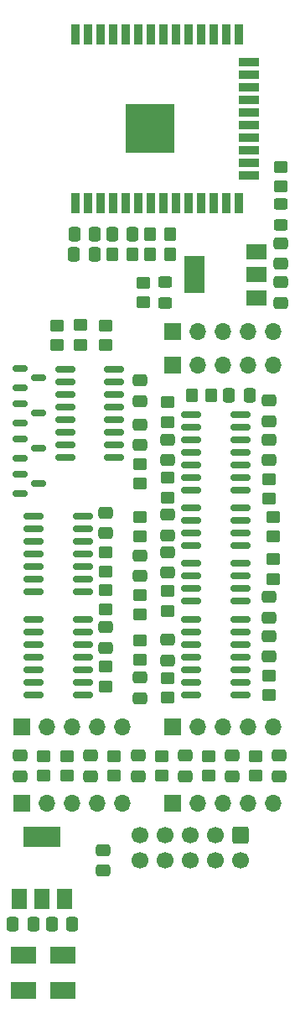
<source format=gbr>
%TF.GenerationSoftware,KiCad,Pcbnew,(6.0.0-0)*%
%TF.CreationDate,2022-01-16T08:37:53+00:00*%
%TF.ProjectId,curly-memory-kicad,6375726c-792d-46d6-956d-6f72792d6b69,rev?*%
%TF.SameCoordinates,Original*%
%TF.FileFunction,Soldermask,Top*%
%TF.FilePolarity,Negative*%
%FSLAX46Y46*%
G04 Gerber Fmt 4.6, Leading zero omitted, Abs format (unit mm)*
G04 Created by KiCad (PCBNEW (6.0.0-0)) date 2022-01-16 08:37:53*
%MOMM*%
%LPD*%
G01*
G04 APERTURE LIST*
G04 Aperture macros list*
%AMRoundRect*
0 Rectangle with rounded corners*
0 $1 Rounding radius*
0 $2 $3 $4 $5 $6 $7 $8 $9 X,Y pos of 4 corners*
0 Add a 4 corners polygon primitive as box body*
4,1,4,$2,$3,$4,$5,$6,$7,$8,$9,$2,$3,0*
0 Add four circle primitives for the rounded corners*
1,1,$1+$1,$2,$3*
1,1,$1+$1,$4,$5*
1,1,$1+$1,$6,$7*
1,1,$1+$1,$8,$9*
0 Add four rect primitives between the rounded corners*
20,1,$1+$1,$2,$3,$4,$5,0*
20,1,$1+$1,$4,$5,$6,$7,0*
20,1,$1+$1,$6,$7,$8,$9,0*
20,1,$1+$1,$8,$9,$2,$3,0*%
G04 Aperture macros list end*
%ADD10RoundRect,0.150000X-0.825000X-0.150000X0.825000X-0.150000X0.825000X0.150000X-0.825000X0.150000X0*%
%ADD11RoundRect,0.250000X0.450000X-0.350000X0.450000X0.350000X-0.450000X0.350000X-0.450000X-0.350000X0*%
%ADD12RoundRect,0.250000X-0.450000X0.350000X-0.450000X-0.350000X0.450000X-0.350000X0.450000X0.350000X0*%
%ADD13RoundRect,0.250000X-0.475000X0.337500X-0.475000X-0.337500X0.475000X-0.337500X0.475000X0.337500X0*%
%ADD14RoundRect,0.250000X-0.350000X-0.450000X0.350000X-0.450000X0.350000X0.450000X-0.350000X0.450000X0*%
%ADD15RoundRect,0.250000X0.475000X-0.337500X0.475000X0.337500X-0.475000X0.337500X-0.475000X-0.337500X0*%
%ADD16R,1.500000X2.000000*%
%ADD17R,3.800000X2.000000*%
%ADD18RoundRect,0.150000X-0.587500X-0.150000X0.587500X-0.150000X0.587500X0.150000X-0.587500X0.150000X0*%
%ADD19RoundRect,0.250000X0.337500X0.475000X-0.337500X0.475000X-0.337500X-0.475000X0.337500X-0.475000X0*%
%ADD20R,2.500000X1.800000*%
%ADD21RoundRect,0.250000X-0.600000X0.600000X-0.600000X-0.600000X0.600000X-0.600000X0.600000X0.600000X0*%
%ADD22C,1.700000*%
%ADD23R,1.700000X1.700000*%
%ADD24O,1.700000X1.700000*%
%ADD25RoundRect,0.250000X-0.450000X0.325000X-0.450000X-0.325000X0.450000X-0.325000X0.450000X0.325000X0*%
%ADD26R,0.900000X2.000000*%
%ADD27R,2.000000X0.900000*%
%ADD28R,5.000000X5.000000*%
%ADD29RoundRect,0.250000X-0.337500X-0.475000X0.337500X-0.475000X0.337500X0.475000X-0.337500X0.475000X0*%
%ADD30R,2.000000X1.500000*%
%ADD31R,2.000000X3.800000*%
%ADD32RoundRect,0.250000X0.350000X0.450000X-0.350000X0.450000X-0.350000X-0.450000X0.350000X-0.450000X0*%
%ADD33RoundRect,0.250000X0.450000X-0.325000X0.450000X0.325000X-0.450000X0.325000X-0.450000X-0.325000X0*%
G04 APERTURE END LIST*
D10*
%TO.C,U301*%
X19434000Y-60706000D03*
X19434000Y-61976000D03*
X19434000Y-63246000D03*
X19434000Y-64516000D03*
X19434000Y-65786000D03*
X19434000Y-67056000D03*
X19434000Y-68326000D03*
X24384000Y-68326000D03*
X24384000Y-67056000D03*
X24384000Y-65786000D03*
X24384000Y-64516000D03*
X24384000Y-63246000D03*
X24384000Y-61976000D03*
X24384000Y-60706000D03*
%TD*%
D11*
%TO.C,R303*%
X14224000Y-60182000D03*
X14224000Y-58182000D03*
%TD*%
D12*
%TO.C,R309*%
X11653360Y-74438000D03*
X11653360Y-76438000D03*
%TD*%
D13*
%TO.C,C105*%
X14224000Y-36554500D03*
X14224000Y-38629500D03*
%TD*%
D12*
%TO.C,R201*%
X5842000Y-31004000D03*
X5842000Y-33004000D03*
%TD*%
D11*
%TO.C,R209*%
X27686000Y-52308000D03*
X27686000Y-50308000D03*
%TD*%
D13*
%TO.C,C410*%
X28448000Y-26648500D03*
X28448000Y-28723500D03*
%TD*%
D14*
%TO.C,R103*%
X15256000Y-23876000D03*
X17256000Y-23876000D03*
%TD*%
D10*
%TO.C,U106*%
X3494000Y-50292000D03*
X3494000Y-51562000D03*
X3494000Y-52832000D03*
X3494000Y-54102000D03*
X3494000Y-55372000D03*
X3494000Y-56642000D03*
X3494000Y-57912000D03*
X8444000Y-57912000D03*
X8444000Y-56642000D03*
X8444000Y-55372000D03*
X8444000Y-54102000D03*
X8444000Y-52832000D03*
X8444000Y-51562000D03*
X8444000Y-50292000D03*
%TD*%
D12*
%TO.C,R304*%
X17018000Y-66585500D03*
X17018000Y-68585500D03*
%TD*%
D11*
%TO.C,R404*%
X14605000Y-28686000D03*
X14605000Y-26686000D03*
%TD*%
D15*
%TO.C,C401*%
X9272270Y-76475500D03*
X9272270Y-74400500D03*
%TD*%
D16*
%TO.C,U401*%
X2018000Y-88875000D03*
D17*
X4318000Y-82575000D03*
D16*
X4318000Y-88875000D03*
X6618000Y-88875000D03*
%TD*%
D18*
%TO.C,D203*%
X2110500Y-42484000D03*
X2110500Y-44384000D03*
X3985500Y-43434000D03*
%TD*%
D19*
%TO.C,C201*%
X25294500Y-38100000D03*
X23219500Y-38100000D03*
%TD*%
D15*
%TO.C,C404*%
X10541000Y-86000500D03*
X10541000Y-83925500D03*
%TD*%
D20*
%TO.C,D401*%
X2445000Y-94564200D03*
X6445000Y-94564200D03*
%TD*%
D12*
%TO.C,R307*%
X16415540Y-74438000D03*
X16415540Y-76438000D03*
%TD*%
D21*
%TO.C,J401*%
X24384000Y-82440500D03*
D22*
X24384000Y-84980500D03*
X21844000Y-82440500D03*
X21844000Y-84980500D03*
X19304000Y-82440500D03*
X19304000Y-84980500D03*
X16764000Y-82440500D03*
X16764000Y-84980500D03*
X14224000Y-82440500D03*
X14224000Y-84980500D03*
%TD*%
D23*
%TO.C,J101*%
X17540000Y-31600000D03*
D24*
X20080000Y-31600000D03*
X22620000Y-31600000D03*
X25160000Y-31600000D03*
X27700000Y-31600000D03*
%TD*%
D10*
%TO.C,U103*%
X19434000Y-54991000D03*
X19434000Y-56261000D03*
X19434000Y-57531000D03*
X19434000Y-58801000D03*
X24384000Y-58801000D03*
X24384000Y-57531000D03*
X24384000Y-56261000D03*
X24384000Y-54991000D03*
%TD*%
D15*
%TO.C,C310*%
X27305000Y-64410500D03*
X27305000Y-62335500D03*
%TD*%
D13*
%TO.C,C408*%
X2159000Y-74400500D03*
X2159000Y-76475500D03*
%TD*%
D12*
%TO.C,R104*%
X10795000Y-53864000D03*
X10795000Y-55864000D03*
%TD*%
%TO.C,R402*%
X4540090Y-74438000D03*
X4540090Y-76438000D03*
%TD*%
%TO.C,R208*%
X14224000Y-44974000D03*
X14224000Y-46974000D03*
%TD*%
D13*
%TO.C,C103*%
X10795000Y-49889500D03*
X10795000Y-51964500D03*
%TD*%
D18*
%TO.C,D202*%
X2110500Y-38928000D03*
X2110500Y-40828000D03*
X3985500Y-39878000D03*
%TD*%
D15*
%TO.C,C206*%
X17018000Y-44598500D03*
X17018000Y-42523500D03*
%TD*%
D25*
%TO.C,D404*%
X16764000Y-26661000D03*
X16764000Y-28711000D03*
%TD*%
D19*
%TO.C,C104*%
X9673500Y-21844000D03*
X7598500Y-21844000D03*
%TD*%
D11*
%TO.C,R105*%
X10795000Y-59674000D03*
X10795000Y-57674000D03*
%TD*%
D10*
%TO.C,U104*%
X19434000Y-49403000D03*
X19434000Y-50673000D03*
X19434000Y-51943000D03*
X19434000Y-53213000D03*
X24384000Y-53213000D03*
X24384000Y-51943000D03*
X24384000Y-50673000D03*
X24384000Y-49403000D03*
%TD*%
D11*
%TO.C,R403*%
X28448000Y-17002000D03*
X28448000Y-15002000D03*
%TD*%
D12*
%TO.C,R305*%
X27305000Y-66310000D03*
X27305000Y-68310000D03*
%TD*%
D13*
%TO.C,C110*%
X28321000Y-74400500D03*
X28321000Y-76475500D03*
%TD*%
D15*
%TO.C,C202*%
X14224000Y-43074500D03*
X14224000Y-40999500D03*
%TD*%
D23*
%TO.C,J103*%
X17540000Y-71500000D03*
D24*
X20080000Y-71500000D03*
X22620000Y-71500000D03*
X25160000Y-71500000D03*
X27700000Y-71500000D03*
%TD*%
D12*
%TO.C,R202*%
X8255000Y-30988000D03*
X8255000Y-32988000D03*
%TD*%
D23*
%TO.C,J102*%
X2300000Y-71500000D03*
D24*
X4840000Y-71500000D03*
X7380000Y-71500000D03*
X9920000Y-71500000D03*
X12460000Y-71500000D03*
%TD*%
D12*
%TO.C,R308*%
X21177720Y-74438000D03*
X21177720Y-76438000D03*
%TD*%
D11*
%TO.C,R306*%
X17018000Y-59801000D03*
X17018000Y-57801000D03*
%TD*%
D10*
%TO.C,U105*%
X3494000Y-60706000D03*
X3494000Y-61976000D03*
X3494000Y-63246000D03*
X3494000Y-64516000D03*
X3494000Y-65786000D03*
X3494000Y-67056000D03*
X3494000Y-68326000D03*
X8444000Y-68326000D03*
X8444000Y-67056000D03*
X8444000Y-65786000D03*
X8444000Y-64516000D03*
X8444000Y-63246000D03*
X8444000Y-61976000D03*
X8444000Y-60706000D03*
%TD*%
D12*
%TO.C,R106*%
X14224000Y-50308000D03*
X14224000Y-52308000D03*
%TD*%
D26*
%TO.C,U102*%
X7747000Y-18660000D03*
X9017000Y-18660000D03*
X10287000Y-18660000D03*
X11557000Y-18660000D03*
X12827000Y-18660000D03*
X14097000Y-18660000D03*
X15367000Y-18660000D03*
X16637000Y-18660000D03*
X17907000Y-18660000D03*
X19177000Y-18660000D03*
X20447000Y-18660000D03*
X21717000Y-18660000D03*
X22987000Y-18660000D03*
X24257000Y-18660000D03*
D27*
X25257000Y-15875000D03*
X25257000Y-14605000D03*
X25257000Y-13335000D03*
X25257000Y-12065000D03*
X25257000Y-10795000D03*
X25257000Y-9525000D03*
X25257000Y-8255000D03*
X25257000Y-6985000D03*
X25257000Y-5715000D03*
X25257000Y-4445000D03*
D26*
X24257000Y-1660000D03*
X22987000Y-1660000D03*
X21717000Y-1660000D03*
X20447000Y-1660000D03*
X19177000Y-1660000D03*
X17907000Y-1660000D03*
X16637000Y-1660000D03*
X15367000Y-1660000D03*
X14097000Y-1660000D03*
X12827000Y-1660000D03*
X11557000Y-1660000D03*
X10287000Y-1660000D03*
X9017000Y-1660000D03*
X7747000Y-1660000D03*
D28*
X15247000Y-11160000D03*
%TD*%
D23*
%TO.C,J105*%
X2300000Y-79250000D03*
D24*
X4840000Y-79250000D03*
X7380000Y-79250000D03*
X9920000Y-79250000D03*
X12460000Y-79250000D03*
%TD*%
D19*
%TO.C,C102*%
X9652000Y-23876000D03*
X7577000Y-23876000D03*
%TD*%
D20*
%TO.C,D402*%
X6445000Y-98120200D03*
X2445000Y-98120200D03*
%TD*%
D11*
%TO.C,R401*%
X6891180Y-76438000D03*
X6891180Y-74438000D03*
%TD*%
D15*
%TO.C,C302*%
X27305000Y-60473500D03*
X27305000Y-58398500D03*
%TD*%
D29*
%TO.C,C101*%
X11408500Y-21844000D03*
X13483500Y-21844000D03*
%TD*%
D15*
%TO.C,C301*%
X14224000Y-68623000D03*
X14224000Y-66548000D03*
%TD*%
D14*
%TO.C,R102*%
X15256000Y-21844000D03*
X17256000Y-21844000D03*
%TD*%
D13*
%TO.C,C309*%
X17018000Y-62716500D03*
X17018000Y-64791500D03*
%TD*%
%TO.C,C106*%
X10795000Y-61446500D03*
X10795000Y-63521500D03*
%TD*%
D15*
%TO.C,C305*%
X23558810Y-76475500D03*
X23558810Y-74400500D03*
%TD*%
D18*
%TO.C,D204*%
X2110500Y-46040000D03*
X2110500Y-47940000D03*
X3985500Y-46990000D03*
%TD*%
D13*
%TO.C,C402*%
X28448000Y-22711500D03*
X28448000Y-24786500D03*
%TD*%
D14*
%TO.C,R101*%
X11446000Y-23876000D03*
X13446000Y-23876000D03*
%TD*%
D30*
%TO.C,U402*%
X26010000Y-28208000D03*
D31*
X19710000Y-25908000D03*
D30*
X26010000Y-25908000D03*
X26010000Y-23608000D03*
%TD*%
D15*
%TO.C,C306*%
X14034450Y-76475500D03*
X14034450Y-74400500D03*
%TD*%
D18*
%TO.C,D201*%
X2110500Y-35372000D03*
X2110500Y-37272000D03*
X3985500Y-36322000D03*
%TD*%
D13*
%TO.C,C203*%
X27305000Y-42523500D03*
X27305000Y-44598500D03*
%TD*%
D15*
%TO.C,C207*%
X27305000Y-40661500D03*
X27305000Y-38586500D03*
%TD*%
D10*
%TO.C,U101*%
X6669000Y-35433000D03*
X6669000Y-36703000D03*
X6669000Y-37973000D03*
X6669000Y-39243000D03*
X6669000Y-40513000D03*
X6669000Y-41783000D03*
X6669000Y-43053000D03*
X6669000Y-44323000D03*
X11619000Y-44323000D03*
X11619000Y-43053000D03*
X11619000Y-41783000D03*
X11619000Y-40513000D03*
X11619000Y-39243000D03*
X11619000Y-37973000D03*
X11619000Y-36703000D03*
X11619000Y-35433000D03*
%TD*%
%TO.C,U201*%
X19434000Y-40005000D03*
X19434000Y-41275000D03*
X19434000Y-42545000D03*
X19434000Y-43815000D03*
X19434000Y-45085000D03*
X19434000Y-46355000D03*
X19434000Y-47625000D03*
X24384000Y-47625000D03*
X24384000Y-46355000D03*
X24384000Y-45085000D03*
X24384000Y-43815000D03*
X24384000Y-42545000D03*
X24384000Y-41275000D03*
X24384000Y-40005000D03*
%TD*%
D13*
%TO.C,C109*%
X17018000Y-53881200D03*
X17018000Y-55956200D03*
%TD*%
D12*
%TO.C,R205*%
X17018000Y-46371000D03*
X17018000Y-48371000D03*
%TD*%
D13*
%TO.C,C303*%
X14224000Y-54207500D03*
X14224000Y-56282500D03*
%TD*%
D15*
%TO.C,C304*%
X18796630Y-76475500D03*
X18796630Y-74400500D03*
%TD*%
D13*
%TO.C,C108*%
X17018000Y-50092700D03*
X17018000Y-52167700D03*
%TD*%
D12*
%TO.C,R301*%
X14224000Y-62754000D03*
X14224000Y-64754000D03*
%TD*%
D32*
%TO.C,R204*%
X21447000Y-38100000D03*
X19447000Y-38100000D03*
%TD*%
D33*
%TO.C,D403*%
X28448000Y-20837000D03*
X28448000Y-18787000D03*
%TD*%
D12*
%TO.C,R108*%
X25939900Y-74438000D03*
X25939900Y-76438000D03*
%TD*%
%TO.C,R203*%
X10795000Y-31004000D03*
X10795000Y-33004000D03*
%TD*%
D11*
%TO.C,R207*%
X17018000Y-40751000D03*
X17018000Y-38751000D03*
%TD*%
D12*
%TO.C,R107*%
X10795000Y-65421000D03*
X10795000Y-67421000D03*
%TD*%
D23*
%TO.C,J104*%
X17531000Y-79250000D03*
D24*
X20071000Y-79250000D03*
X22611000Y-79250000D03*
X25151000Y-79250000D03*
X27691000Y-79250000D03*
%TD*%
D23*
%TO.C,J106*%
X17540000Y-35000000D03*
D24*
X20080000Y-35000000D03*
X22620000Y-35000000D03*
X25160000Y-35000000D03*
X27700000Y-35000000D03*
%TD*%
D19*
%TO.C,C409*%
X3472000Y-91440000D03*
X1397000Y-91440000D03*
%TD*%
D12*
%TO.C,R302*%
X27686000Y-54610000D03*
X27686000Y-56610000D03*
%TD*%
D29*
%TO.C,C403*%
X5312500Y-91440000D03*
X7387500Y-91440000D03*
%TD*%
D12*
%TO.C,R206*%
X27305000Y-46498000D03*
X27305000Y-48498000D03*
%TD*%
M02*

</source>
